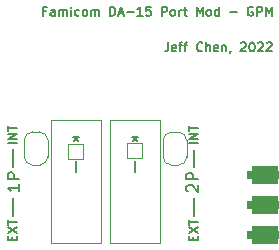
<source format=gbr>
G04 #@! TF.GenerationSoftware,KiCad,Pcbnew,(6.0.6-0)*
G04 #@! TF.CreationDate,2022-09-13T12:01:24-04:00*
G04 #@! TF.ProjectId,DA-15 Board,44412d31-3520-4426-9f61-72642e6b6963,1*
G04 #@! TF.SameCoordinates,Original*
G04 #@! TF.FileFunction,Legend,Top*
G04 #@! TF.FilePolarity,Positive*
%FSLAX46Y46*%
G04 Gerber Fmt 4.6, Leading zero omitted, Abs format (unit mm)*
G04 Created by KiCad (PCBNEW (6.0.6-0)) date 2022-09-13 12:01:24*
%MOMM*%
%LPD*%
G01*
G04 APERTURE LIST*
G04 Aperture macros list*
%AMRoundRect*
0 Rectangle with rounded corners*
0 $1 Rounding radius*
0 $2 $3 $4 $5 $6 $7 $8 $9 X,Y pos of 4 corners*
0 Add a 4 corners polygon primitive as box body*
4,1,4,$2,$3,$4,$5,$6,$7,$8,$9,$2,$3,0*
0 Add four circle primitives for the rounded corners*
1,1,$1+$1,$2,$3*
1,1,$1+$1,$4,$5*
1,1,$1+$1,$6,$7*
1,1,$1+$1,$8,$9*
0 Add four rect primitives between the rounded corners*
20,1,$1+$1,$2,$3,$4,$5,0*
20,1,$1+$1,$4,$5,$6,$7,0*
20,1,$1+$1,$6,$7,$8,$9,0*
20,1,$1+$1,$8,$9,$2,$3,0*%
%AMFreePoly0*
4,1,37,0.535921,0.785921,0.550800,0.750000,0.550800,-0.750000,0.535921,-0.785921,0.500000,-0.800800,0.000000,-0.800800,-0.012526,-0.795612,-0.080872,-0.794359,-0.095090,-0.792057,-0.230405,-0.749782,-0.243405,-0.743581,-0.361415,-0.665026,-0.372153,-0.655426,-0.463373,-0.546907,-0.470984,-0.534678,-0.528079,-0.404919,-0.531952,-0.391047,-0.549535,-0.256587,-0.548147,-0.256405,-0.550800,-0.250000,
-0.550800,0.250000,-0.550314,0.251174,-0.550158,0.263925,-0.528347,0.404002,-0.524136,0.417775,-0.463888,0.546100,-0.455980,0.558139,-0.362136,0.664397,-0.351168,0.673732,-0.231273,0.749380,-0.218125,0.755261,-0.081818,0.794218,-0.067547,0.796173,-0.011991,0.795833,0.000000,0.800800,0.500000,0.800800,0.535921,0.785921,0.535921,0.785921,$1*%
%AMFreePoly1*
4,1,37,0.012350,0.795685,0.074215,0.795307,0.088460,0.793178,0.224281,0.752559,0.237356,0.746518,0.356318,0.669411,0.367173,0.659942,0.459711,0.552545,0.467470,0.540411,0.526147,0.411359,0.530190,0.397535,0.550287,0.257202,0.550800,0.250000,0.550800,-0.250000,0.550796,-0.250620,0.550647,-0.262836,0.549947,-0.270644,0.526427,-0.410445,0.522048,-0.424167,0.460236,-0.551746,
0.452182,-0.563686,0.357047,-0.668790,0.345965,-0.677991,0.225155,-0.752168,0.211936,-0.757888,0.075163,-0.795177,0.060870,-0.796957,0.011464,-0.796051,0.000000,-0.800800,-0.500000,-0.800800,-0.535921,-0.785921,-0.550800,-0.750000,-0.550800,0.750000,-0.535921,0.785921,-0.500000,0.800800,0.000000,0.800800,0.012350,0.795685,0.012350,0.795685,$1*%
G04 Aperture macros list end*
%ADD10C,0.127000*%
%ADD11C,0.150000*%
%ADD12C,0.120000*%
%ADD13FreePoly0,270.000000*%
%ADD14FreePoly1,270.000000*%
%ADD15RoundRect,0.425800X1.125000X0.375000X-1.125000X0.375000X-1.125000X-0.375000X1.125000X-0.375000X0*%
%ADD16RoundRect,0.050800X-0.647700X-0.647700X0.647700X-0.647700X0.647700X0.647700X-0.647700X0.647700X0*%
%ADD17C,1.397000*%
%ADD18C,1.701600*%
%ADD19C,1.401600*%
G04 APERTURE END LIST*
D10*
X140190000Y-104880000D02*
X140190000Y-105820000D01*
X135200000Y-104880000D02*
X135200000Y-105820000D01*
X129830000Y-108045000D02*
X129830000Y-109515000D01*
X145150000Y-108055000D02*
X145150000Y-109525000D01*
X145150000Y-103915000D02*
X145150000Y-105385000D01*
X129830000Y-103905000D02*
X129830000Y-105375000D01*
X132675714Y-92195571D02*
X132421714Y-92195571D01*
X132421714Y-92594714D02*
X132421714Y-91832714D01*
X132784571Y-91832714D01*
X133401428Y-92594714D02*
X133401428Y-92195571D01*
X133365142Y-92123000D01*
X133292571Y-92086714D01*
X133147428Y-92086714D01*
X133074857Y-92123000D01*
X133401428Y-92558428D02*
X133328857Y-92594714D01*
X133147428Y-92594714D01*
X133074857Y-92558428D01*
X133038571Y-92485857D01*
X133038571Y-92413285D01*
X133074857Y-92340714D01*
X133147428Y-92304428D01*
X133328857Y-92304428D01*
X133401428Y-92268142D01*
X133764285Y-92594714D02*
X133764285Y-92086714D01*
X133764285Y-92159285D02*
X133800571Y-92123000D01*
X133873142Y-92086714D01*
X133982000Y-92086714D01*
X134054571Y-92123000D01*
X134090857Y-92195571D01*
X134090857Y-92594714D01*
X134090857Y-92195571D02*
X134127142Y-92123000D01*
X134199714Y-92086714D01*
X134308571Y-92086714D01*
X134381142Y-92123000D01*
X134417428Y-92195571D01*
X134417428Y-92594714D01*
X134780285Y-92594714D02*
X134780285Y-92086714D01*
X134780285Y-91832714D02*
X134744000Y-91869000D01*
X134780285Y-91905285D01*
X134816571Y-91869000D01*
X134780285Y-91832714D01*
X134780285Y-91905285D01*
X135469714Y-92558428D02*
X135397142Y-92594714D01*
X135252000Y-92594714D01*
X135179428Y-92558428D01*
X135143142Y-92522142D01*
X135106857Y-92449571D01*
X135106857Y-92231857D01*
X135143142Y-92159285D01*
X135179428Y-92123000D01*
X135252000Y-92086714D01*
X135397142Y-92086714D01*
X135469714Y-92123000D01*
X135905142Y-92594714D02*
X135832571Y-92558428D01*
X135796285Y-92522142D01*
X135760000Y-92449571D01*
X135760000Y-92231857D01*
X135796285Y-92159285D01*
X135832571Y-92123000D01*
X135905142Y-92086714D01*
X136014000Y-92086714D01*
X136086571Y-92123000D01*
X136122857Y-92159285D01*
X136159142Y-92231857D01*
X136159142Y-92449571D01*
X136122857Y-92522142D01*
X136086571Y-92558428D01*
X136014000Y-92594714D01*
X135905142Y-92594714D01*
X136485714Y-92594714D02*
X136485714Y-92086714D01*
X136485714Y-92159285D02*
X136522000Y-92123000D01*
X136594571Y-92086714D01*
X136703428Y-92086714D01*
X136776000Y-92123000D01*
X136812285Y-92195571D01*
X136812285Y-92594714D01*
X136812285Y-92195571D02*
X136848571Y-92123000D01*
X136921142Y-92086714D01*
X137030000Y-92086714D01*
X137102571Y-92123000D01*
X137138857Y-92195571D01*
X137138857Y-92594714D01*
X138082285Y-92594714D02*
X138082285Y-91832714D01*
X138263714Y-91832714D01*
X138372571Y-91869000D01*
X138445142Y-91941571D01*
X138481428Y-92014142D01*
X138517714Y-92159285D01*
X138517714Y-92268142D01*
X138481428Y-92413285D01*
X138445142Y-92485857D01*
X138372571Y-92558428D01*
X138263714Y-92594714D01*
X138082285Y-92594714D01*
X138808000Y-92377000D02*
X139170857Y-92377000D01*
X138735428Y-92594714D02*
X138989428Y-91832714D01*
X139243428Y-92594714D01*
X139497428Y-92304428D02*
X140078000Y-92304428D01*
X140840000Y-92594714D02*
X140404571Y-92594714D01*
X140622285Y-92594714D02*
X140622285Y-91832714D01*
X140549714Y-91941571D01*
X140477142Y-92014142D01*
X140404571Y-92050428D01*
X141529428Y-91832714D02*
X141166571Y-91832714D01*
X141130285Y-92195571D01*
X141166571Y-92159285D01*
X141239142Y-92123000D01*
X141420571Y-92123000D01*
X141493142Y-92159285D01*
X141529428Y-92195571D01*
X141565714Y-92268142D01*
X141565714Y-92449571D01*
X141529428Y-92522142D01*
X141493142Y-92558428D01*
X141420571Y-92594714D01*
X141239142Y-92594714D01*
X141166571Y-92558428D01*
X141130285Y-92522142D01*
X142472857Y-92594714D02*
X142472857Y-91832714D01*
X142763142Y-91832714D01*
X142835714Y-91869000D01*
X142872000Y-91905285D01*
X142908285Y-91977857D01*
X142908285Y-92086714D01*
X142872000Y-92159285D01*
X142835714Y-92195571D01*
X142763142Y-92231857D01*
X142472857Y-92231857D01*
X143343714Y-92594714D02*
X143271142Y-92558428D01*
X143234857Y-92522142D01*
X143198571Y-92449571D01*
X143198571Y-92231857D01*
X143234857Y-92159285D01*
X143271142Y-92123000D01*
X143343714Y-92086714D01*
X143452571Y-92086714D01*
X143525142Y-92123000D01*
X143561428Y-92159285D01*
X143597714Y-92231857D01*
X143597714Y-92449571D01*
X143561428Y-92522142D01*
X143525142Y-92558428D01*
X143452571Y-92594714D01*
X143343714Y-92594714D01*
X143924285Y-92594714D02*
X143924285Y-92086714D01*
X143924285Y-92231857D02*
X143960571Y-92159285D01*
X143996857Y-92123000D01*
X144069428Y-92086714D01*
X144142000Y-92086714D01*
X144287142Y-92086714D02*
X144577428Y-92086714D01*
X144396000Y-91832714D02*
X144396000Y-92485857D01*
X144432285Y-92558428D01*
X144504857Y-92594714D01*
X144577428Y-92594714D01*
X145412000Y-92594714D02*
X145412000Y-91832714D01*
X145666000Y-92377000D01*
X145920000Y-91832714D01*
X145920000Y-92594714D01*
X146391714Y-92594714D02*
X146319142Y-92558428D01*
X146282857Y-92522142D01*
X146246571Y-92449571D01*
X146246571Y-92231857D01*
X146282857Y-92159285D01*
X146319142Y-92123000D01*
X146391714Y-92086714D01*
X146500571Y-92086714D01*
X146573142Y-92123000D01*
X146609428Y-92159285D01*
X146645714Y-92231857D01*
X146645714Y-92449571D01*
X146609428Y-92522142D01*
X146573142Y-92558428D01*
X146500571Y-92594714D01*
X146391714Y-92594714D01*
X147298857Y-92594714D02*
X147298857Y-91832714D01*
X147298857Y-92558428D02*
X147226285Y-92594714D01*
X147081142Y-92594714D01*
X147008571Y-92558428D01*
X146972285Y-92522142D01*
X146936000Y-92449571D01*
X146936000Y-92231857D01*
X146972285Y-92159285D01*
X147008571Y-92123000D01*
X147081142Y-92086714D01*
X147226285Y-92086714D01*
X147298857Y-92123000D01*
X148242285Y-92304428D02*
X148822857Y-92304428D01*
X150165428Y-91869000D02*
X150092857Y-91832714D01*
X149984000Y-91832714D01*
X149875142Y-91869000D01*
X149802571Y-91941571D01*
X149766285Y-92014142D01*
X149730000Y-92159285D01*
X149730000Y-92268142D01*
X149766285Y-92413285D01*
X149802571Y-92485857D01*
X149875142Y-92558428D01*
X149984000Y-92594714D01*
X150056571Y-92594714D01*
X150165428Y-92558428D01*
X150201714Y-92522142D01*
X150201714Y-92268142D01*
X150056571Y-92268142D01*
X150528285Y-92594714D02*
X150528285Y-91832714D01*
X150818571Y-91832714D01*
X150891142Y-91869000D01*
X150927428Y-91905285D01*
X150963714Y-91977857D01*
X150963714Y-92086714D01*
X150927428Y-92159285D01*
X150891142Y-92195571D01*
X150818571Y-92231857D01*
X150528285Y-92231857D01*
X151290285Y-92594714D02*
X151290285Y-91832714D01*
X151544285Y-92377000D01*
X151798285Y-91832714D01*
X151798285Y-92594714D01*
D11*
X130402380Y-106844285D02*
X130402380Y-107415714D01*
X130402380Y-107130000D02*
X129402380Y-107130000D01*
X129545238Y-107225238D01*
X129640476Y-107320476D01*
X129688095Y-107415714D01*
X130402380Y-106415714D02*
X129402380Y-106415714D01*
X129402380Y-106034761D01*
X129450000Y-105939523D01*
X129497619Y-105891904D01*
X129592857Y-105844285D01*
X129735714Y-105844285D01*
X129830952Y-105891904D01*
X129878571Y-105939523D01*
X129926190Y-106034761D01*
X129926190Y-106415714D01*
D10*
X129805571Y-111596428D02*
X129805571Y-111342428D01*
X130204714Y-111233571D02*
X130204714Y-111596428D01*
X129442714Y-111596428D01*
X129442714Y-111233571D01*
X129442714Y-110979571D02*
X130204714Y-110471571D01*
X129442714Y-110471571D02*
X130204714Y-110979571D01*
X129442714Y-110290142D02*
X129442714Y-109854714D01*
X130204714Y-110072428D02*
X129442714Y-110072428D01*
D11*
X144647619Y-107445714D02*
X144600000Y-107398095D01*
X144552380Y-107302857D01*
X144552380Y-107064761D01*
X144600000Y-106969523D01*
X144647619Y-106921904D01*
X144742857Y-106874285D01*
X144838095Y-106874285D01*
X144980952Y-106921904D01*
X145552380Y-107493333D01*
X145552380Y-106874285D01*
X145552380Y-106445714D02*
X144552380Y-106445714D01*
X144552380Y-106064761D01*
X144600000Y-105969523D01*
X144647619Y-105921904D01*
X144742857Y-105874285D01*
X144885714Y-105874285D01*
X144980952Y-105921904D01*
X145028571Y-105969523D01*
X145076190Y-106064761D01*
X145076190Y-106445714D01*
D10*
X145544714Y-103389428D02*
X144782714Y-103389428D01*
X145544714Y-103026571D02*
X144782714Y-103026571D01*
X145544714Y-102591142D01*
X144782714Y-102591142D01*
X144782714Y-102337142D02*
X144782714Y-101901714D01*
X145544714Y-102119428D02*
X144782714Y-102119428D01*
X130224714Y-103379428D02*
X129462714Y-103379428D01*
X130224714Y-103016571D02*
X129462714Y-103016571D01*
X130224714Y-102581142D01*
X129462714Y-102581142D01*
X129462714Y-102327142D02*
X129462714Y-101891714D01*
X130224714Y-102109428D02*
X129462714Y-102109428D01*
X145125571Y-111606428D02*
X145125571Y-111352428D01*
X145524714Y-111243571D02*
X145524714Y-111606428D01*
X144762714Y-111606428D01*
X144762714Y-111243571D01*
X144762714Y-110989571D02*
X145524714Y-110481571D01*
X144762714Y-110481571D02*
X145524714Y-110989571D01*
X144762714Y-110300142D02*
X144762714Y-109864714D01*
X145524714Y-110082428D02*
X144762714Y-110082428D01*
X142986428Y-94842714D02*
X142986428Y-95387000D01*
X142950142Y-95495857D01*
X142877571Y-95568428D01*
X142768714Y-95604714D01*
X142696142Y-95604714D01*
X143639571Y-95568428D02*
X143567000Y-95604714D01*
X143421857Y-95604714D01*
X143349285Y-95568428D01*
X143313000Y-95495857D01*
X143313000Y-95205571D01*
X143349285Y-95133000D01*
X143421857Y-95096714D01*
X143567000Y-95096714D01*
X143639571Y-95133000D01*
X143675857Y-95205571D01*
X143675857Y-95278142D01*
X143313000Y-95350714D01*
X143893571Y-95096714D02*
X144183857Y-95096714D01*
X144002428Y-95604714D02*
X144002428Y-94951571D01*
X144038714Y-94879000D01*
X144111285Y-94842714D01*
X144183857Y-94842714D01*
X144329000Y-95096714D02*
X144619285Y-95096714D01*
X144437857Y-95604714D02*
X144437857Y-94951571D01*
X144474142Y-94879000D01*
X144546714Y-94842714D01*
X144619285Y-94842714D01*
X145889285Y-95532142D02*
X145853000Y-95568428D01*
X145744142Y-95604714D01*
X145671571Y-95604714D01*
X145562714Y-95568428D01*
X145490142Y-95495857D01*
X145453857Y-95423285D01*
X145417571Y-95278142D01*
X145417571Y-95169285D01*
X145453857Y-95024142D01*
X145490142Y-94951571D01*
X145562714Y-94879000D01*
X145671571Y-94842714D01*
X145744142Y-94842714D01*
X145853000Y-94879000D01*
X145889285Y-94915285D01*
X146215857Y-95604714D02*
X146215857Y-94842714D01*
X146542428Y-95604714D02*
X146542428Y-95205571D01*
X146506142Y-95133000D01*
X146433571Y-95096714D01*
X146324714Y-95096714D01*
X146252142Y-95133000D01*
X146215857Y-95169285D01*
X147195571Y-95568428D02*
X147123000Y-95604714D01*
X146977857Y-95604714D01*
X146905285Y-95568428D01*
X146869000Y-95495857D01*
X146869000Y-95205571D01*
X146905285Y-95133000D01*
X146977857Y-95096714D01*
X147123000Y-95096714D01*
X147195571Y-95133000D01*
X147231857Y-95205571D01*
X147231857Y-95278142D01*
X146869000Y-95350714D01*
X147558428Y-95096714D02*
X147558428Y-95604714D01*
X147558428Y-95169285D02*
X147594714Y-95133000D01*
X147667285Y-95096714D01*
X147776142Y-95096714D01*
X147848714Y-95133000D01*
X147885000Y-95205571D01*
X147885000Y-95604714D01*
X148284142Y-95568428D02*
X148284142Y-95604714D01*
X148247857Y-95677285D01*
X148211571Y-95713571D01*
X149155000Y-94915285D02*
X149191285Y-94879000D01*
X149263857Y-94842714D01*
X149445285Y-94842714D01*
X149517857Y-94879000D01*
X149554142Y-94915285D01*
X149590428Y-94987857D01*
X149590428Y-95060428D01*
X149554142Y-95169285D01*
X149118714Y-95604714D01*
X149590428Y-95604714D01*
X150062142Y-94842714D02*
X150134714Y-94842714D01*
X150207285Y-94879000D01*
X150243571Y-94915285D01*
X150279857Y-94987857D01*
X150316142Y-95133000D01*
X150316142Y-95314428D01*
X150279857Y-95459571D01*
X150243571Y-95532142D01*
X150207285Y-95568428D01*
X150134714Y-95604714D01*
X150062142Y-95604714D01*
X149989571Y-95568428D01*
X149953285Y-95532142D01*
X149917000Y-95459571D01*
X149880714Y-95314428D01*
X149880714Y-95133000D01*
X149917000Y-94987857D01*
X149953285Y-94915285D01*
X149989571Y-94879000D01*
X150062142Y-94842714D01*
X150606428Y-94915285D02*
X150642714Y-94879000D01*
X150715285Y-94842714D01*
X150896714Y-94842714D01*
X150969285Y-94879000D01*
X151005571Y-94915285D01*
X151041857Y-94987857D01*
X151041857Y-95060428D01*
X151005571Y-95169285D01*
X150570142Y-95604714D01*
X151041857Y-95604714D01*
X151332142Y-94915285D02*
X151368428Y-94879000D01*
X151441000Y-94842714D01*
X151622428Y-94842714D01*
X151695000Y-94879000D01*
X151731285Y-94915285D01*
X151767571Y-94987857D01*
X151767571Y-95060428D01*
X151731285Y-95169285D01*
X151295857Y-95604714D01*
X151767571Y-95604714D01*
D11*
X140190000Y-102722380D02*
X140190000Y-102960476D01*
X139951904Y-102865238D02*
X140190000Y-102960476D01*
X140428095Y-102865238D01*
X140047142Y-103150952D02*
X140190000Y-102960476D01*
X140332857Y-103150952D01*
X135200000Y-102722380D02*
X135200000Y-102960476D01*
X134961904Y-102865238D02*
X135200000Y-102960476D01*
X135438095Y-102865238D01*
X135057142Y-103150952D02*
X135200000Y-102960476D01*
X135342857Y-103150952D01*
D12*
X144570000Y-103130000D02*
X144570000Y-104530000D01*
X142570000Y-104530000D02*
X142570000Y-103130000D01*
X143270000Y-102430000D02*
X143870000Y-102430000D01*
X143870000Y-105230000D02*
X143270000Y-105230000D01*
X143270000Y-102430000D02*
G75*
G03*
X142570000Y-103130000I-1J-699999D01*
G01*
X142570000Y-104530000D02*
G75*
G03*
X143270000Y-105230000I700000J0D01*
G01*
X144570000Y-103130000D02*
G75*
G03*
X143870000Y-102430000I-699999J1D01*
G01*
X143870000Y-105230000D02*
G75*
G03*
X144570000Y-104530000I0J700000D01*
G01*
X138069100Y-111842400D02*
X142315000Y-111842400D01*
X142315000Y-111842400D02*
X142315000Y-101377600D01*
X142315000Y-101377600D02*
X138069100Y-101377600D01*
X138069100Y-101377600D02*
X138069100Y-111842400D01*
X137325000Y-101387600D02*
X133079100Y-101387600D01*
X137325000Y-111852400D02*
X137325000Y-101387600D01*
X133079100Y-111852400D02*
X137325000Y-111852400D01*
X133079100Y-101387600D02*
X133079100Y-111852400D01*
X132110000Y-105220000D02*
X131510000Y-105220000D01*
X132810000Y-103120000D02*
X132810000Y-104520000D01*
X131510000Y-102420000D02*
X132110000Y-102420000D01*
X130810000Y-104520000D02*
X130810000Y-103120000D01*
X131510000Y-102420000D02*
G75*
G03*
X130810000Y-103120000I-1J-699999D01*
G01*
X130810000Y-104520000D02*
G75*
G03*
X131510000Y-105220000I700000J0D01*
G01*
X132110000Y-105220000D02*
G75*
G03*
X132810000Y-104520000I0J700000D01*
G01*
X132810000Y-103120000D02*
G75*
G03*
X132110000Y-102420000I-699999J1D01*
G01*
%LPC*%
D13*
X143570000Y-103180000D03*
D14*
X143570000Y-104480000D03*
D15*
X151200000Y-106031000D03*
X151200000Y-108571000D03*
X151200000Y-111111000D03*
D16*
X140190000Y-104070000D03*
D17*
X140190000Y-106610000D03*
X140190000Y-109150000D03*
D18*
X132990000Y-96790000D03*
X130220000Y-96790000D03*
X137145000Y-99630000D03*
D19*
X153120000Y-103260000D03*
D16*
X135200000Y-104080000D03*
D17*
X135200000Y-106620000D03*
X135200000Y-109160000D03*
D13*
X131810000Y-103170000D03*
D14*
X131810000Y-104470000D03*
D19*
X136950000Y-93740000D03*
M02*

</source>
